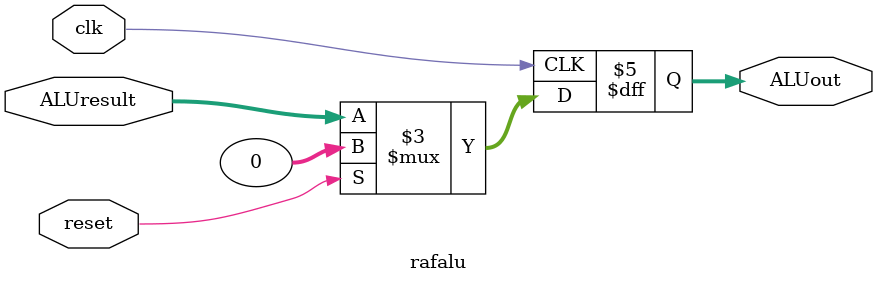
<source format=v>
`timescale 1ns / 1ps


module rafalu(
input reset,
input clk,
input [31:0] ALUresult,
output reg [31:0] ALUout
    );
    always @(posedge clk) begin
    if (reset) begin 
    ALUout<=32'b0;
    end 
    else begin 
    ALUout <= ALUresult;
    end 
    end
endmodule

</source>
